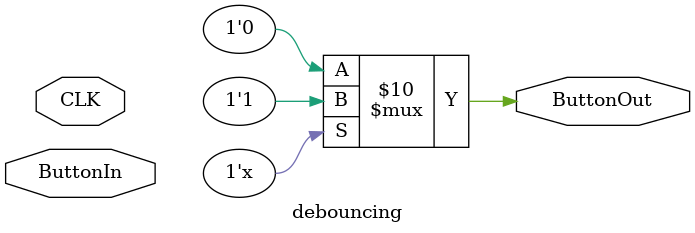
<source format=v>
`timescale 1ns / 1ps

module VendingMachine(
input Enable, input RST, input CLK,
input OneDollar, input FiftyCents, input TenCents, input FiveCents,
output reg Deliver,
output reg [7:0] Money);

// preset the price of the commodity
parameter Price = 8'd125;

//pack the four states
localparam[1:0]
    Poweroff   = 2'b00,
    LowPower   = 2'b01,
    Paying     = 2'b10,
    Delivering = 2'b11;

reg [1:0] CURR_STATE,NEXT_STATE;
wire[3:0] CENTS; //used to combine inputs money
reg[7:0] PAY_MONEY;

//one cent input may contunue several cycles, but we only can add the money once,so we need a flag 
reg Cent_prepare;   

//pack the cents input
assign CENTS = {OneDollar, FiftyCents, TenCents, FiveCents};

//reset and state change
always@(posedge CLK, posedge RST)
begin: Init
    if(RST == 1'b1)
        begin
        CURR_STATE <= Poweroff;
        Money = 8'b00000000;
        Deliver = 1'b0;
        PAY_MONEY = 8'b00000000;
        Cent_prepare = 1'b1;
        end
    else
        CURR_STATE <= NEXT_STATE;
end

// FSM
always@(CURR_STATE, PAY_MONEY, Enable, Cent_prepare)
begin: FSM
    case(CURR_STATE)
    Poweroff:
        begin
            if(Enable == 1'b1)
                begin
                NEXT_STATE = LowPower;  
                Cent_prepare = 1'b1;
                Deliver = 1'b0;
                Money = 8'b00000000;
                PAY_MONEY = 8'b00000000;
                end
            else
                NEXT_STATE = Poweroff;
        end
    LowPower:
        begin
            Deliver = 1'b0;
            if(PAY_MONEY != 0)
                NEXT_STATE = Paying;
            else
                NEXT_STATE = LowPower;
        end
    Paying:
        begin
            Money = PAY_MONEY;
            if(PAY_MONEY >= Price && Cent_prepare == 1'b1)
                NEXT_STATE = Delivering;
            else
                NEXT_STATE = Paying;
                //maybe need a counter function
        end
    Delivering:
        begin
            Money = 8'b00000000;
            PAY_MONEY = 8'b00000000;
            Deliver = 1'b1;
            NEXT_STATE = LowPower;
        end
    default:
        begin
            NEXT_STATE = Poweroff;
        end
    endcase
end

//process input cents
always@(CENTS)
begin:Peocess_CENTS
    if(Enable == 1'b1)
    begin
        if(Cent_prepare == 1'b1)
        begin
            Cent_prepare = 1'b0;
            case(CENTS)
                4'b0001:
                begin
                    PAY_MONEY = PAY_MONEY + 5;
                end
                4'b0010:
                begin
                    PAY_MONEY = PAY_MONEY + 10;
                end
                4'b0100:
                begin
                    PAY_MONEY = PAY_MONEY + 50;
                end
                4'b1000:
                begin
                    PAY_MONEY = PAY_MONEY + 100;
                end
                default:
                begin
                    PAY_MONEY = PAY_MONEY;
                end
            endcase;
        end
        else
            PAY_MONEY = PAY_MONEY;
    end
    else
        PAY_MONEY = PAY_MONEY;
end

//an input cents will last several cycles.But the money only can be added once.
always@(posedge CLK)
begin
    if (CENTS == 4'b0000)
        Cent_prepare = 1'b1;
    else
        Cent_prepare = 1'b0;
end
endmodule

// assume the key input last 10ms; the frequency is 100 000 000;   5 000 000
// Debouncing
module debouncing(
input CLK,
input ButtonIn,
output reg ButtonOut
);

reg[23:0] counter;
parameter debouncing_number = 4'b0100;  //in actually use, the number may be set to a proper number.



always@(posedge CLK)
begin
    if(ButtonIn == 1'b1)
        counter <= counter + 1'b1;
    else
    begin
        counter <= 24'h000000;
    end
end

always@(counter)
begin
    if(counter > debouncing_number)
        begin
        ButtonOut <= 1'b1;
        counter <= debouncing_number+1'b1;
        end
    else
        ButtonOut <= 1'b0;
end
endmodule


</source>
